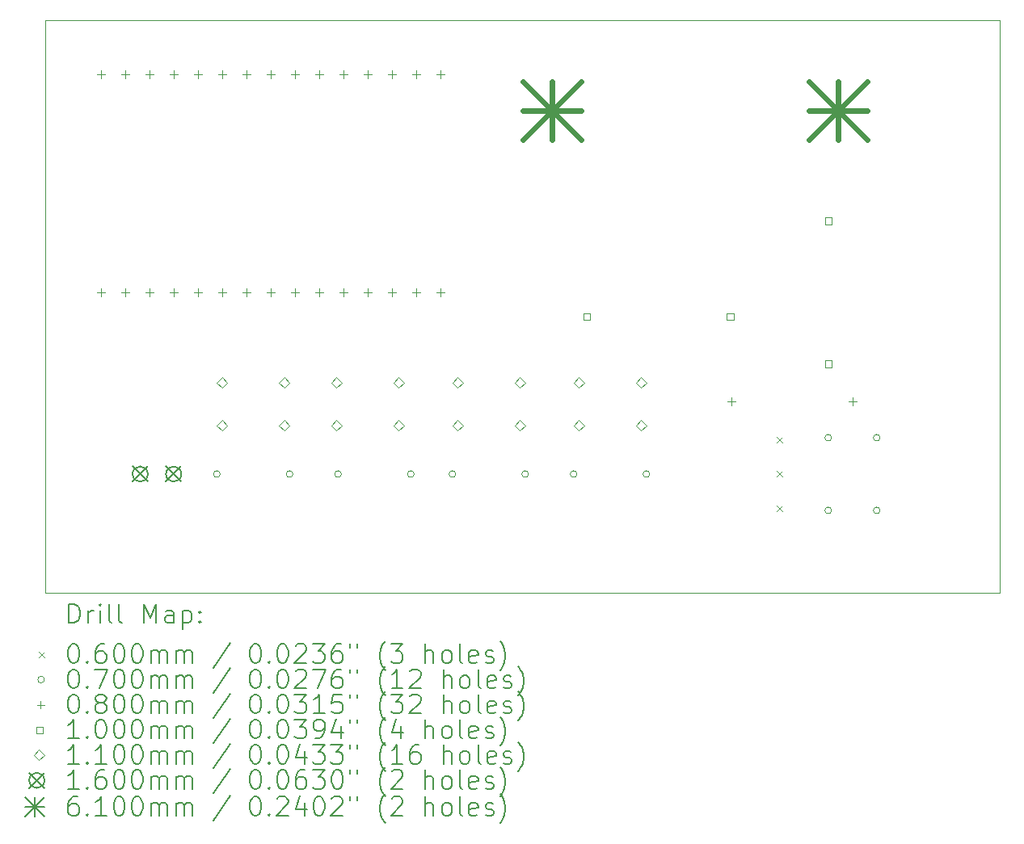
<source format=gbr>
%TF.GenerationSoftware,KiCad,Pcbnew,(6.0.7)*%
%TF.CreationDate,2023-01-15T16:15:48-05:00*%
%TF.ProjectId,timer,74696d65-722e-46b6-9963-61645f706362,rev?*%
%TF.SameCoordinates,Original*%
%TF.FileFunction,Drillmap*%
%TF.FilePolarity,Positive*%
%FSLAX45Y45*%
G04 Gerber Fmt 4.5, Leading zero omitted, Abs format (unit mm)*
G04 Created by KiCad (PCBNEW (6.0.7)) date 2023-01-15 16:15:48*
%MOMM*%
%LPD*%
G01*
G04 APERTURE LIST*
%ADD10C,0.100000*%
%ADD11C,0.200000*%
%ADD12C,0.060000*%
%ADD13C,0.070000*%
%ADD14C,0.080000*%
%ADD15C,0.110000*%
%ADD16C,0.160000*%
%ADD17C,0.610000*%
G04 APERTURE END LIST*
D10*
X11700000Y-5500000D02*
X21700000Y-5500000D01*
X21700000Y-5500000D02*
X21700000Y-11500000D01*
X21700000Y-11500000D02*
X11700000Y-11500000D01*
X11700000Y-11500000D02*
X11700000Y-5500000D01*
D11*
D12*
X19368000Y-9864000D02*
X19428000Y-9924000D01*
X19428000Y-9864000D02*
X19368000Y-9924000D01*
X19368000Y-10224000D02*
X19428000Y-10284000D01*
X19428000Y-10224000D02*
X19368000Y-10284000D01*
X19368000Y-10584000D02*
X19428000Y-10644000D01*
X19428000Y-10584000D02*
X19368000Y-10644000D01*
D13*
X13535000Y-10254000D02*
G75*
G03*
X13535000Y-10254000I-35000J0D01*
G01*
X14297000Y-10254000D02*
G75*
G03*
X14297000Y-10254000I-35000J0D01*
G01*
X14805000Y-10254000D02*
G75*
G03*
X14805000Y-10254000I-35000J0D01*
G01*
X15567000Y-10254000D02*
G75*
G03*
X15567000Y-10254000I-35000J0D01*
G01*
X16004000Y-10254000D02*
G75*
G03*
X16004000Y-10254000I-35000J0D01*
G01*
X16766000Y-10254000D02*
G75*
G03*
X16766000Y-10254000I-35000J0D01*
G01*
X17274000Y-10254000D02*
G75*
G03*
X17274000Y-10254000I-35000J0D01*
G01*
X18036000Y-10254000D02*
G75*
G03*
X18036000Y-10254000I-35000J0D01*
G01*
X19941000Y-9873000D02*
G75*
G03*
X19941000Y-9873000I-35000J0D01*
G01*
X19941000Y-10635000D02*
G75*
G03*
X19941000Y-10635000I-35000J0D01*
G01*
X20449000Y-9873000D02*
G75*
G03*
X20449000Y-9873000I-35000J0D01*
G01*
X20449000Y-10635000D02*
G75*
G03*
X20449000Y-10635000I-35000J0D01*
G01*
D14*
X12286000Y-6023000D02*
X12286000Y-6103000D01*
X12246000Y-6063000D02*
X12326000Y-6063000D01*
X12286000Y-8309000D02*
X12286000Y-8389000D01*
X12246000Y-8349000D02*
X12326000Y-8349000D01*
X12540000Y-6023000D02*
X12540000Y-6103000D01*
X12500000Y-6063000D02*
X12580000Y-6063000D01*
X12540000Y-8309000D02*
X12540000Y-8389000D01*
X12500000Y-8349000D02*
X12580000Y-8349000D01*
X12794000Y-6023000D02*
X12794000Y-6103000D01*
X12754000Y-6063000D02*
X12834000Y-6063000D01*
X12794000Y-8309000D02*
X12794000Y-8389000D01*
X12754000Y-8349000D02*
X12834000Y-8349000D01*
X13048000Y-6023000D02*
X13048000Y-6103000D01*
X13008000Y-6063000D02*
X13088000Y-6063000D01*
X13048000Y-8309000D02*
X13048000Y-8389000D01*
X13008000Y-8349000D02*
X13088000Y-8349000D01*
X13302000Y-6023000D02*
X13302000Y-6103000D01*
X13262000Y-6063000D02*
X13342000Y-6063000D01*
X13302000Y-8309000D02*
X13302000Y-8389000D01*
X13262000Y-8349000D02*
X13342000Y-8349000D01*
X13556000Y-6023000D02*
X13556000Y-6103000D01*
X13516000Y-6063000D02*
X13596000Y-6063000D01*
X13556000Y-8309000D02*
X13556000Y-8389000D01*
X13516000Y-8349000D02*
X13596000Y-8349000D01*
X13810000Y-6023000D02*
X13810000Y-6103000D01*
X13770000Y-6063000D02*
X13850000Y-6063000D01*
X13810000Y-8309000D02*
X13810000Y-8389000D01*
X13770000Y-8349000D02*
X13850000Y-8349000D01*
X14064000Y-6023000D02*
X14064000Y-6103000D01*
X14024000Y-6063000D02*
X14104000Y-6063000D01*
X14064000Y-8309000D02*
X14064000Y-8389000D01*
X14024000Y-8349000D02*
X14104000Y-8349000D01*
X14318000Y-6023000D02*
X14318000Y-6103000D01*
X14278000Y-6063000D02*
X14358000Y-6063000D01*
X14318000Y-8309000D02*
X14318000Y-8389000D01*
X14278000Y-8349000D02*
X14358000Y-8349000D01*
X14572000Y-6023000D02*
X14572000Y-6103000D01*
X14532000Y-6063000D02*
X14612000Y-6063000D01*
X14572000Y-8309000D02*
X14572000Y-8389000D01*
X14532000Y-8349000D02*
X14612000Y-8349000D01*
X14826000Y-6023000D02*
X14826000Y-6103000D01*
X14786000Y-6063000D02*
X14866000Y-6063000D01*
X14826000Y-8309000D02*
X14826000Y-8389000D01*
X14786000Y-8349000D02*
X14866000Y-8349000D01*
X15080000Y-6023000D02*
X15080000Y-6103000D01*
X15040000Y-6063000D02*
X15120000Y-6063000D01*
X15080000Y-8309000D02*
X15080000Y-8389000D01*
X15040000Y-8349000D02*
X15120000Y-8349000D01*
X15334000Y-6023000D02*
X15334000Y-6103000D01*
X15294000Y-6063000D02*
X15374000Y-6063000D01*
X15334000Y-8309000D02*
X15334000Y-8389000D01*
X15294000Y-8349000D02*
X15374000Y-8349000D01*
X15588000Y-6023000D02*
X15588000Y-6103000D01*
X15548000Y-6063000D02*
X15628000Y-6063000D01*
X15588000Y-8309000D02*
X15588000Y-8389000D01*
X15548000Y-8349000D02*
X15628000Y-8349000D01*
X15842000Y-6023000D02*
X15842000Y-6103000D01*
X15802000Y-6063000D02*
X15882000Y-6063000D01*
X15842000Y-8309000D02*
X15842000Y-8389000D01*
X15802000Y-8349000D02*
X15882000Y-8349000D01*
X18890000Y-9452000D02*
X18890000Y-9532000D01*
X18850000Y-9492000D02*
X18930000Y-9492000D01*
X20160000Y-9452000D02*
X20160000Y-9532000D01*
X20120000Y-9492000D02*
X20200000Y-9492000D01*
D10*
X17413356Y-8638356D02*
X17413356Y-8567644D01*
X17342644Y-8567644D01*
X17342644Y-8638356D01*
X17413356Y-8638356D01*
X18913356Y-8638356D02*
X18913356Y-8567644D01*
X18842644Y-8567644D01*
X18842644Y-8638356D01*
X18913356Y-8638356D01*
X19941356Y-7634356D02*
X19941356Y-7563644D01*
X19870644Y-7563644D01*
X19870644Y-7634356D01*
X19941356Y-7634356D01*
X19941356Y-9134356D02*
X19941356Y-9063644D01*
X19870644Y-9063644D01*
X19870644Y-9134356D01*
X19941356Y-9134356D01*
D15*
X13556000Y-9351000D02*
X13611000Y-9296000D01*
X13556000Y-9241000D01*
X13501000Y-9296000D01*
X13556000Y-9351000D01*
X13556000Y-9801000D02*
X13611000Y-9746000D01*
X13556000Y-9691000D01*
X13501000Y-9746000D01*
X13556000Y-9801000D01*
X14206000Y-9351000D02*
X14261000Y-9296000D01*
X14206000Y-9241000D01*
X14151000Y-9296000D01*
X14206000Y-9351000D01*
X14206000Y-9801000D02*
X14261000Y-9746000D01*
X14206000Y-9691000D01*
X14151000Y-9746000D01*
X14206000Y-9801000D01*
X14755000Y-9351000D02*
X14810000Y-9296000D01*
X14755000Y-9241000D01*
X14700000Y-9296000D01*
X14755000Y-9351000D01*
X14755000Y-9801000D02*
X14810000Y-9746000D01*
X14755000Y-9691000D01*
X14700000Y-9746000D01*
X14755000Y-9801000D01*
X15405000Y-9351000D02*
X15460000Y-9296000D01*
X15405000Y-9241000D01*
X15350000Y-9296000D01*
X15405000Y-9351000D01*
X15405000Y-9801000D02*
X15460000Y-9746000D01*
X15405000Y-9691000D01*
X15350000Y-9746000D01*
X15405000Y-9801000D01*
X16025000Y-9351000D02*
X16080000Y-9296000D01*
X16025000Y-9241000D01*
X15970000Y-9296000D01*
X16025000Y-9351000D01*
X16025000Y-9801000D02*
X16080000Y-9746000D01*
X16025000Y-9691000D01*
X15970000Y-9746000D01*
X16025000Y-9801000D01*
X16675000Y-9351000D02*
X16730000Y-9296000D01*
X16675000Y-9241000D01*
X16620000Y-9296000D01*
X16675000Y-9351000D01*
X16675000Y-9801000D02*
X16730000Y-9746000D01*
X16675000Y-9691000D01*
X16620000Y-9746000D01*
X16675000Y-9801000D01*
X17295000Y-9351000D02*
X17350000Y-9296000D01*
X17295000Y-9241000D01*
X17240000Y-9296000D01*
X17295000Y-9351000D01*
X17295000Y-9801000D02*
X17350000Y-9746000D01*
X17295000Y-9691000D01*
X17240000Y-9746000D01*
X17295000Y-9801000D01*
X17945000Y-9351000D02*
X18000000Y-9296000D01*
X17945000Y-9241000D01*
X17890000Y-9296000D01*
X17945000Y-9351000D01*
X17945000Y-9801000D02*
X18000000Y-9746000D01*
X17945000Y-9691000D01*
X17890000Y-9746000D01*
X17945000Y-9801000D01*
D16*
X12618000Y-10174000D02*
X12778000Y-10334000D01*
X12778000Y-10174000D02*
X12618000Y-10334000D01*
X12778000Y-10254000D02*
G75*
G03*
X12778000Y-10254000I-80000J0D01*
G01*
X12968000Y-10174000D02*
X13128000Y-10334000D01*
X13128000Y-10174000D02*
X12968000Y-10334000D01*
X13128000Y-10254000D02*
G75*
G03*
X13128000Y-10254000I-80000J0D01*
G01*
D17*
X16704000Y-6139000D02*
X17314000Y-6749000D01*
X17314000Y-6139000D02*
X16704000Y-6749000D01*
X17009000Y-6139000D02*
X17009000Y-6749000D01*
X16704000Y-6444000D02*
X17314000Y-6444000D01*
X19701000Y-6139000D02*
X20311000Y-6749000D01*
X20311000Y-6139000D02*
X19701000Y-6749000D01*
X20006000Y-6139000D02*
X20006000Y-6749000D01*
X19701000Y-6444000D02*
X20311000Y-6444000D01*
D11*
X11952619Y-11815476D02*
X11952619Y-11615476D01*
X12000238Y-11615476D01*
X12028809Y-11625000D01*
X12047857Y-11644048D01*
X12057381Y-11663095D01*
X12066905Y-11701190D01*
X12066905Y-11729762D01*
X12057381Y-11767857D01*
X12047857Y-11786905D01*
X12028809Y-11805952D01*
X12000238Y-11815476D01*
X11952619Y-11815476D01*
X12152619Y-11815476D02*
X12152619Y-11682143D01*
X12152619Y-11720238D02*
X12162143Y-11701190D01*
X12171667Y-11691667D01*
X12190714Y-11682143D01*
X12209762Y-11682143D01*
X12276428Y-11815476D02*
X12276428Y-11682143D01*
X12276428Y-11615476D02*
X12266905Y-11625000D01*
X12276428Y-11634524D01*
X12285952Y-11625000D01*
X12276428Y-11615476D01*
X12276428Y-11634524D01*
X12400238Y-11815476D02*
X12381190Y-11805952D01*
X12371667Y-11786905D01*
X12371667Y-11615476D01*
X12505000Y-11815476D02*
X12485952Y-11805952D01*
X12476428Y-11786905D01*
X12476428Y-11615476D01*
X12733571Y-11815476D02*
X12733571Y-11615476D01*
X12800238Y-11758333D01*
X12866905Y-11615476D01*
X12866905Y-11815476D01*
X13047857Y-11815476D02*
X13047857Y-11710714D01*
X13038333Y-11691667D01*
X13019286Y-11682143D01*
X12981190Y-11682143D01*
X12962143Y-11691667D01*
X13047857Y-11805952D02*
X13028809Y-11815476D01*
X12981190Y-11815476D01*
X12962143Y-11805952D01*
X12952619Y-11786905D01*
X12952619Y-11767857D01*
X12962143Y-11748809D01*
X12981190Y-11739286D01*
X13028809Y-11739286D01*
X13047857Y-11729762D01*
X13143095Y-11682143D02*
X13143095Y-11882143D01*
X13143095Y-11691667D02*
X13162143Y-11682143D01*
X13200238Y-11682143D01*
X13219286Y-11691667D01*
X13228809Y-11701190D01*
X13238333Y-11720238D01*
X13238333Y-11777381D01*
X13228809Y-11796428D01*
X13219286Y-11805952D01*
X13200238Y-11815476D01*
X13162143Y-11815476D01*
X13143095Y-11805952D01*
X13324048Y-11796428D02*
X13333571Y-11805952D01*
X13324048Y-11815476D01*
X13314524Y-11805952D01*
X13324048Y-11796428D01*
X13324048Y-11815476D01*
X13324048Y-11691667D02*
X13333571Y-11701190D01*
X13324048Y-11710714D01*
X13314524Y-11701190D01*
X13324048Y-11691667D01*
X13324048Y-11710714D01*
D12*
X11635000Y-12115000D02*
X11695000Y-12175000D01*
X11695000Y-12115000D02*
X11635000Y-12175000D01*
D11*
X11990714Y-12035476D02*
X12009762Y-12035476D01*
X12028809Y-12045000D01*
X12038333Y-12054524D01*
X12047857Y-12073571D01*
X12057381Y-12111667D01*
X12057381Y-12159286D01*
X12047857Y-12197381D01*
X12038333Y-12216428D01*
X12028809Y-12225952D01*
X12009762Y-12235476D01*
X11990714Y-12235476D01*
X11971667Y-12225952D01*
X11962143Y-12216428D01*
X11952619Y-12197381D01*
X11943095Y-12159286D01*
X11943095Y-12111667D01*
X11952619Y-12073571D01*
X11962143Y-12054524D01*
X11971667Y-12045000D01*
X11990714Y-12035476D01*
X12143095Y-12216428D02*
X12152619Y-12225952D01*
X12143095Y-12235476D01*
X12133571Y-12225952D01*
X12143095Y-12216428D01*
X12143095Y-12235476D01*
X12324048Y-12035476D02*
X12285952Y-12035476D01*
X12266905Y-12045000D01*
X12257381Y-12054524D01*
X12238333Y-12083095D01*
X12228809Y-12121190D01*
X12228809Y-12197381D01*
X12238333Y-12216428D01*
X12247857Y-12225952D01*
X12266905Y-12235476D01*
X12305000Y-12235476D01*
X12324048Y-12225952D01*
X12333571Y-12216428D01*
X12343095Y-12197381D01*
X12343095Y-12149762D01*
X12333571Y-12130714D01*
X12324048Y-12121190D01*
X12305000Y-12111667D01*
X12266905Y-12111667D01*
X12247857Y-12121190D01*
X12238333Y-12130714D01*
X12228809Y-12149762D01*
X12466905Y-12035476D02*
X12485952Y-12035476D01*
X12505000Y-12045000D01*
X12514524Y-12054524D01*
X12524048Y-12073571D01*
X12533571Y-12111667D01*
X12533571Y-12159286D01*
X12524048Y-12197381D01*
X12514524Y-12216428D01*
X12505000Y-12225952D01*
X12485952Y-12235476D01*
X12466905Y-12235476D01*
X12447857Y-12225952D01*
X12438333Y-12216428D01*
X12428809Y-12197381D01*
X12419286Y-12159286D01*
X12419286Y-12111667D01*
X12428809Y-12073571D01*
X12438333Y-12054524D01*
X12447857Y-12045000D01*
X12466905Y-12035476D01*
X12657381Y-12035476D02*
X12676428Y-12035476D01*
X12695476Y-12045000D01*
X12705000Y-12054524D01*
X12714524Y-12073571D01*
X12724048Y-12111667D01*
X12724048Y-12159286D01*
X12714524Y-12197381D01*
X12705000Y-12216428D01*
X12695476Y-12225952D01*
X12676428Y-12235476D01*
X12657381Y-12235476D01*
X12638333Y-12225952D01*
X12628809Y-12216428D01*
X12619286Y-12197381D01*
X12609762Y-12159286D01*
X12609762Y-12111667D01*
X12619286Y-12073571D01*
X12628809Y-12054524D01*
X12638333Y-12045000D01*
X12657381Y-12035476D01*
X12809762Y-12235476D02*
X12809762Y-12102143D01*
X12809762Y-12121190D02*
X12819286Y-12111667D01*
X12838333Y-12102143D01*
X12866905Y-12102143D01*
X12885952Y-12111667D01*
X12895476Y-12130714D01*
X12895476Y-12235476D01*
X12895476Y-12130714D02*
X12905000Y-12111667D01*
X12924048Y-12102143D01*
X12952619Y-12102143D01*
X12971667Y-12111667D01*
X12981190Y-12130714D01*
X12981190Y-12235476D01*
X13076428Y-12235476D02*
X13076428Y-12102143D01*
X13076428Y-12121190D02*
X13085952Y-12111667D01*
X13105000Y-12102143D01*
X13133571Y-12102143D01*
X13152619Y-12111667D01*
X13162143Y-12130714D01*
X13162143Y-12235476D01*
X13162143Y-12130714D02*
X13171667Y-12111667D01*
X13190714Y-12102143D01*
X13219286Y-12102143D01*
X13238333Y-12111667D01*
X13247857Y-12130714D01*
X13247857Y-12235476D01*
X13638333Y-12025952D02*
X13466905Y-12283095D01*
X13895476Y-12035476D02*
X13914524Y-12035476D01*
X13933571Y-12045000D01*
X13943095Y-12054524D01*
X13952619Y-12073571D01*
X13962143Y-12111667D01*
X13962143Y-12159286D01*
X13952619Y-12197381D01*
X13943095Y-12216428D01*
X13933571Y-12225952D01*
X13914524Y-12235476D01*
X13895476Y-12235476D01*
X13876428Y-12225952D01*
X13866905Y-12216428D01*
X13857381Y-12197381D01*
X13847857Y-12159286D01*
X13847857Y-12111667D01*
X13857381Y-12073571D01*
X13866905Y-12054524D01*
X13876428Y-12045000D01*
X13895476Y-12035476D01*
X14047857Y-12216428D02*
X14057381Y-12225952D01*
X14047857Y-12235476D01*
X14038333Y-12225952D01*
X14047857Y-12216428D01*
X14047857Y-12235476D01*
X14181190Y-12035476D02*
X14200238Y-12035476D01*
X14219286Y-12045000D01*
X14228809Y-12054524D01*
X14238333Y-12073571D01*
X14247857Y-12111667D01*
X14247857Y-12159286D01*
X14238333Y-12197381D01*
X14228809Y-12216428D01*
X14219286Y-12225952D01*
X14200238Y-12235476D01*
X14181190Y-12235476D01*
X14162143Y-12225952D01*
X14152619Y-12216428D01*
X14143095Y-12197381D01*
X14133571Y-12159286D01*
X14133571Y-12111667D01*
X14143095Y-12073571D01*
X14152619Y-12054524D01*
X14162143Y-12045000D01*
X14181190Y-12035476D01*
X14324048Y-12054524D02*
X14333571Y-12045000D01*
X14352619Y-12035476D01*
X14400238Y-12035476D01*
X14419286Y-12045000D01*
X14428809Y-12054524D01*
X14438333Y-12073571D01*
X14438333Y-12092619D01*
X14428809Y-12121190D01*
X14314524Y-12235476D01*
X14438333Y-12235476D01*
X14505000Y-12035476D02*
X14628809Y-12035476D01*
X14562143Y-12111667D01*
X14590714Y-12111667D01*
X14609762Y-12121190D01*
X14619286Y-12130714D01*
X14628809Y-12149762D01*
X14628809Y-12197381D01*
X14619286Y-12216428D01*
X14609762Y-12225952D01*
X14590714Y-12235476D01*
X14533571Y-12235476D01*
X14514524Y-12225952D01*
X14505000Y-12216428D01*
X14800238Y-12035476D02*
X14762143Y-12035476D01*
X14743095Y-12045000D01*
X14733571Y-12054524D01*
X14714524Y-12083095D01*
X14705000Y-12121190D01*
X14705000Y-12197381D01*
X14714524Y-12216428D01*
X14724048Y-12225952D01*
X14743095Y-12235476D01*
X14781190Y-12235476D01*
X14800238Y-12225952D01*
X14809762Y-12216428D01*
X14819286Y-12197381D01*
X14819286Y-12149762D01*
X14809762Y-12130714D01*
X14800238Y-12121190D01*
X14781190Y-12111667D01*
X14743095Y-12111667D01*
X14724048Y-12121190D01*
X14714524Y-12130714D01*
X14705000Y-12149762D01*
X14895476Y-12035476D02*
X14895476Y-12073571D01*
X14971667Y-12035476D02*
X14971667Y-12073571D01*
X15266905Y-12311667D02*
X15257381Y-12302143D01*
X15238333Y-12273571D01*
X15228809Y-12254524D01*
X15219286Y-12225952D01*
X15209762Y-12178333D01*
X15209762Y-12140238D01*
X15219286Y-12092619D01*
X15228809Y-12064048D01*
X15238333Y-12045000D01*
X15257381Y-12016428D01*
X15266905Y-12006905D01*
X15324048Y-12035476D02*
X15447857Y-12035476D01*
X15381190Y-12111667D01*
X15409762Y-12111667D01*
X15428809Y-12121190D01*
X15438333Y-12130714D01*
X15447857Y-12149762D01*
X15447857Y-12197381D01*
X15438333Y-12216428D01*
X15428809Y-12225952D01*
X15409762Y-12235476D01*
X15352619Y-12235476D01*
X15333571Y-12225952D01*
X15324048Y-12216428D01*
X15685952Y-12235476D02*
X15685952Y-12035476D01*
X15771667Y-12235476D02*
X15771667Y-12130714D01*
X15762143Y-12111667D01*
X15743095Y-12102143D01*
X15714524Y-12102143D01*
X15695476Y-12111667D01*
X15685952Y-12121190D01*
X15895476Y-12235476D02*
X15876428Y-12225952D01*
X15866905Y-12216428D01*
X15857381Y-12197381D01*
X15857381Y-12140238D01*
X15866905Y-12121190D01*
X15876428Y-12111667D01*
X15895476Y-12102143D01*
X15924048Y-12102143D01*
X15943095Y-12111667D01*
X15952619Y-12121190D01*
X15962143Y-12140238D01*
X15962143Y-12197381D01*
X15952619Y-12216428D01*
X15943095Y-12225952D01*
X15924048Y-12235476D01*
X15895476Y-12235476D01*
X16076428Y-12235476D02*
X16057381Y-12225952D01*
X16047857Y-12206905D01*
X16047857Y-12035476D01*
X16228809Y-12225952D02*
X16209762Y-12235476D01*
X16171667Y-12235476D01*
X16152619Y-12225952D01*
X16143095Y-12206905D01*
X16143095Y-12130714D01*
X16152619Y-12111667D01*
X16171667Y-12102143D01*
X16209762Y-12102143D01*
X16228809Y-12111667D01*
X16238333Y-12130714D01*
X16238333Y-12149762D01*
X16143095Y-12168809D01*
X16314524Y-12225952D02*
X16333571Y-12235476D01*
X16371667Y-12235476D01*
X16390714Y-12225952D01*
X16400238Y-12206905D01*
X16400238Y-12197381D01*
X16390714Y-12178333D01*
X16371667Y-12168809D01*
X16343095Y-12168809D01*
X16324048Y-12159286D01*
X16314524Y-12140238D01*
X16314524Y-12130714D01*
X16324048Y-12111667D01*
X16343095Y-12102143D01*
X16371667Y-12102143D01*
X16390714Y-12111667D01*
X16466905Y-12311667D02*
X16476428Y-12302143D01*
X16495476Y-12273571D01*
X16505000Y-12254524D01*
X16514524Y-12225952D01*
X16524048Y-12178333D01*
X16524048Y-12140238D01*
X16514524Y-12092619D01*
X16505000Y-12064048D01*
X16495476Y-12045000D01*
X16476428Y-12016428D01*
X16466905Y-12006905D01*
D13*
X11695000Y-12409000D02*
G75*
G03*
X11695000Y-12409000I-35000J0D01*
G01*
D11*
X11990714Y-12299476D02*
X12009762Y-12299476D01*
X12028809Y-12309000D01*
X12038333Y-12318524D01*
X12047857Y-12337571D01*
X12057381Y-12375667D01*
X12057381Y-12423286D01*
X12047857Y-12461381D01*
X12038333Y-12480428D01*
X12028809Y-12489952D01*
X12009762Y-12499476D01*
X11990714Y-12499476D01*
X11971667Y-12489952D01*
X11962143Y-12480428D01*
X11952619Y-12461381D01*
X11943095Y-12423286D01*
X11943095Y-12375667D01*
X11952619Y-12337571D01*
X11962143Y-12318524D01*
X11971667Y-12309000D01*
X11990714Y-12299476D01*
X12143095Y-12480428D02*
X12152619Y-12489952D01*
X12143095Y-12499476D01*
X12133571Y-12489952D01*
X12143095Y-12480428D01*
X12143095Y-12499476D01*
X12219286Y-12299476D02*
X12352619Y-12299476D01*
X12266905Y-12499476D01*
X12466905Y-12299476D02*
X12485952Y-12299476D01*
X12505000Y-12309000D01*
X12514524Y-12318524D01*
X12524048Y-12337571D01*
X12533571Y-12375667D01*
X12533571Y-12423286D01*
X12524048Y-12461381D01*
X12514524Y-12480428D01*
X12505000Y-12489952D01*
X12485952Y-12499476D01*
X12466905Y-12499476D01*
X12447857Y-12489952D01*
X12438333Y-12480428D01*
X12428809Y-12461381D01*
X12419286Y-12423286D01*
X12419286Y-12375667D01*
X12428809Y-12337571D01*
X12438333Y-12318524D01*
X12447857Y-12309000D01*
X12466905Y-12299476D01*
X12657381Y-12299476D02*
X12676428Y-12299476D01*
X12695476Y-12309000D01*
X12705000Y-12318524D01*
X12714524Y-12337571D01*
X12724048Y-12375667D01*
X12724048Y-12423286D01*
X12714524Y-12461381D01*
X12705000Y-12480428D01*
X12695476Y-12489952D01*
X12676428Y-12499476D01*
X12657381Y-12499476D01*
X12638333Y-12489952D01*
X12628809Y-12480428D01*
X12619286Y-12461381D01*
X12609762Y-12423286D01*
X12609762Y-12375667D01*
X12619286Y-12337571D01*
X12628809Y-12318524D01*
X12638333Y-12309000D01*
X12657381Y-12299476D01*
X12809762Y-12499476D02*
X12809762Y-12366143D01*
X12809762Y-12385190D02*
X12819286Y-12375667D01*
X12838333Y-12366143D01*
X12866905Y-12366143D01*
X12885952Y-12375667D01*
X12895476Y-12394714D01*
X12895476Y-12499476D01*
X12895476Y-12394714D02*
X12905000Y-12375667D01*
X12924048Y-12366143D01*
X12952619Y-12366143D01*
X12971667Y-12375667D01*
X12981190Y-12394714D01*
X12981190Y-12499476D01*
X13076428Y-12499476D02*
X13076428Y-12366143D01*
X13076428Y-12385190D02*
X13085952Y-12375667D01*
X13105000Y-12366143D01*
X13133571Y-12366143D01*
X13152619Y-12375667D01*
X13162143Y-12394714D01*
X13162143Y-12499476D01*
X13162143Y-12394714D02*
X13171667Y-12375667D01*
X13190714Y-12366143D01*
X13219286Y-12366143D01*
X13238333Y-12375667D01*
X13247857Y-12394714D01*
X13247857Y-12499476D01*
X13638333Y-12289952D02*
X13466905Y-12547095D01*
X13895476Y-12299476D02*
X13914524Y-12299476D01*
X13933571Y-12309000D01*
X13943095Y-12318524D01*
X13952619Y-12337571D01*
X13962143Y-12375667D01*
X13962143Y-12423286D01*
X13952619Y-12461381D01*
X13943095Y-12480428D01*
X13933571Y-12489952D01*
X13914524Y-12499476D01*
X13895476Y-12499476D01*
X13876428Y-12489952D01*
X13866905Y-12480428D01*
X13857381Y-12461381D01*
X13847857Y-12423286D01*
X13847857Y-12375667D01*
X13857381Y-12337571D01*
X13866905Y-12318524D01*
X13876428Y-12309000D01*
X13895476Y-12299476D01*
X14047857Y-12480428D02*
X14057381Y-12489952D01*
X14047857Y-12499476D01*
X14038333Y-12489952D01*
X14047857Y-12480428D01*
X14047857Y-12499476D01*
X14181190Y-12299476D02*
X14200238Y-12299476D01*
X14219286Y-12309000D01*
X14228809Y-12318524D01*
X14238333Y-12337571D01*
X14247857Y-12375667D01*
X14247857Y-12423286D01*
X14238333Y-12461381D01*
X14228809Y-12480428D01*
X14219286Y-12489952D01*
X14200238Y-12499476D01*
X14181190Y-12499476D01*
X14162143Y-12489952D01*
X14152619Y-12480428D01*
X14143095Y-12461381D01*
X14133571Y-12423286D01*
X14133571Y-12375667D01*
X14143095Y-12337571D01*
X14152619Y-12318524D01*
X14162143Y-12309000D01*
X14181190Y-12299476D01*
X14324048Y-12318524D02*
X14333571Y-12309000D01*
X14352619Y-12299476D01*
X14400238Y-12299476D01*
X14419286Y-12309000D01*
X14428809Y-12318524D01*
X14438333Y-12337571D01*
X14438333Y-12356619D01*
X14428809Y-12385190D01*
X14314524Y-12499476D01*
X14438333Y-12499476D01*
X14505000Y-12299476D02*
X14638333Y-12299476D01*
X14552619Y-12499476D01*
X14800238Y-12299476D02*
X14762143Y-12299476D01*
X14743095Y-12309000D01*
X14733571Y-12318524D01*
X14714524Y-12347095D01*
X14705000Y-12385190D01*
X14705000Y-12461381D01*
X14714524Y-12480428D01*
X14724048Y-12489952D01*
X14743095Y-12499476D01*
X14781190Y-12499476D01*
X14800238Y-12489952D01*
X14809762Y-12480428D01*
X14819286Y-12461381D01*
X14819286Y-12413762D01*
X14809762Y-12394714D01*
X14800238Y-12385190D01*
X14781190Y-12375667D01*
X14743095Y-12375667D01*
X14724048Y-12385190D01*
X14714524Y-12394714D01*
X14705000Y-12413762D01*
X14895476Y-12299476D02*
X14895476Y-12337571D01*
X14971667Y-12299476D02*
X14971667Y-12337571D01*
X15266905Y-12575667D02*
X15257381Y-12566143D01*
X15238333Y-12537571D01*
X15228809Y-12518524D01*
X15219286Y-12489952D01*
X15209762Y-12442333D01*
X15209762Y-12404238D01*
X15219286Y-12356619D01*
X15228809Y-12328048D01*
X15238333Y-12309000D01*
X15257381Y-12280428D01*
X15266905Y-12270905D01*
X15447857Y-12499476D02*
X15333571Y-12499476D01*
X15390714Y-12499476D02*
X15390714Y-12299476D01*
X15371667Y-12328048D01*
X15352619Y-12347095D01*
X15333571Y-12356619D01*
X15524048Y-12318524D02*
X15533571Y-12309000D01*
X15552619Y-12299476D01*
X15600238Y-12299476D01*
X15619286Y-12309000D01*
X15628809Y-12318524D01*
X15638333Y-12337571D01*
X15638333Y-12356619D01*
X15628809Y-12385190D01*
X15514524Y-12499476D01*
X15638333Y-12499476D01*
X15876428Y-12499476D02*
X15876428Y-12299476D01*
X15962143Y-12499476D02*
X15962143Y-12394714D01*
X15952619Y-12375667D01*
X15933571Y-12366143D01*
X15905000Y-12366143D01*
X15885952Y-12375667D01*
X15876428Y-12385190D01*
X16085952Y-12499476D02*
X16066905Y-12489952D01*
X16057381Y-12480428D01*
X16047857Y-12461381D01*
X16047857Y-12404238D01*
X16057381Y-12385190D01*
X16066905Y-12375667D01*
X16085952Y-12366143D01*
X16114524Y-12366143D01*
X16133571Y-12375667D01*
X16143095Y-12385190D01*
X16152619Y-12404238D01*
X16152619Y-12461381D01*
X16143095Y-12480428D01*
X16133571Y-12489952D01*
X16114524Y-12499476D01*
X16085952Y-12499476D01*
X16266905Y-12499476D02*
X16247857Y-12489952D01*
X16238333Y-12470905D01*
X16238333Y-12299476D01*
X16419286Y-12489952D02*
X16400238Y-12499476D01*
X16362143Y-12499476D01*
X16343095Y-12489952D01*
X16333571Y-12470905D01*
X16333571Y-12394714D01*
X16343095Y-12375667D01*
X16362143Y-12366143D01*
X16400238Y-12366143D01*
X16419286Y-12375667D01*
X16428809Y-12394714D01*
X16428809Y-12413762D01*
X16333571Y-12432809D01*
X16505000Y-12489952D02*
X16524048Y-12499476D01*
X16562143Y-12499476D01*
X16581190Y-12489952D01*
X16590714Y-12470905D01*
X16590714Y-12461381D01*
X16581190Y-12442333D01*
X16562143Y-12432809D01*
X16533571Y-12432809D01*
X16514524Y-12423286D01*
X16505000Y-12404238D01*
X16505000Y-12394714D01*
X16514524Y-12375667D01*
X16533571Y-12366143D01*
X16562143Y-12366143D01*
X16581190Y-12375667D01*
X16657381Y-12575667D02*
X16666905Y-12566143D01*
X16685952Y-12537571D01*
X16695476Y-12518524D01*
X16705000Y-12489952D01*
X16714524Y-12442333D01*
X16714524Y-12404238D01*
X16705000Y-12356619D01*
X16695476Y-12328048D01*
X16685952Y-12309000D01*
X16666905Y-12280428D01*
X16657381Y-12270905D01*
D14*
X11655000Y-12633000D02*
X11655000Y-12713000D01*
X11615000Y-12673000D02*
X11695000Y-12673000D01*
D11*
X11990714Y-12563476D02*
X12009762Y-12563476D01*
X12028809Y-12573000D01*
X12038333Y-12582524D01*
X12047857Y-12601571D01*
X12057381Y-12639667D01*
X12057381Y-12687286D01*
X12047857Y-12725381D01*
X12038333Y-12744428D01*
X12028809Y-12753952D01*
X12009762Y-12763476D01*
X11990714Y-12763476D01*
X11971667Y-12753952D01*
X11962143Y-12744428D01*
X11952619Y-12725381D01*
X11943095Y-12687286D01*
X11943095Y-12639667D01*
X11952619Y-12601571D01*
X11962143Y-12582524D01*
X11971667Y-12573000D01*
X11990714Y-12563476D01*
X12143095Y-12744428D02*
X12152619Y-12753952D01*
X12143095Y-12763476D01*
X12133571Y-12753952D01*
X12143095Y-12744428D01*
X12143095Y-12763476D01*
X12266905Y-12649190D02*
X12247857Y-12639667D01*
X12238333Y-12630143D01*
X12228809Y-12611095D01*
X12228809Y-12601571D01*
X12238333Y-12582524D01*
X12247857Y-12573000D01*
X12266905Y-12563476D01*
X12305000Y-12563476D01*
X12324048Y-12573000D01*
X12333571Y-12582524D01*
X12343095Y-12601571D01*
X12343095Y-12611095D01*
X12333571Y-12630143D01*
X12324048Y-12639667D01*
X12305000Y-12649190D01*
X12266905Y-12649190D01*
X12247857Y-12658714D01*
X12238333Y-12668238D01*
X12228809Y-12687286D01*
X12228809Y-12725381D01*
X12238333Y-12744428D01*
X12247857Y-12753952D01*
X12266905Y-12763476D01*
X12305000Y-12763476D01*
X12324048Y-12753952D01*
X12333571Y-12744428D01*
X12343095Y-12725381D01*
X12343095Y-12687286D01*
X12333571Y-12668238D01*
X12324048Y-12658714D01*
X12305000Y-12649190D01*
X12466905Y-12563476D02*
X12485952Y-12563476D01*
X12505000Y-12573000D01*
X12514524Y-12582524D01*
X12524048Y-12601571D01*
X12533571Y-12639667D01*
X12533571Y-12687286D01*
X12524048Y-12725381D01*
X12514524Y-12744428D01*
X12505000Y-12753952D01*
X12485952Y-12763476D01*
X12466905Y-12763476D01*
X12447857Y-12753952D01*
X12438333Y-12744428D01*
X12428809Y-12725381D01*
X12419286Y-12687286D01*
X12419286Y-12639667D01*
X12428809Y-12601571D01*
X12438333Y-12582524D01*
X12447857Y-12573000D01*
X12466905Y-12563476D01*
X12657381Y-12563476D02*
X12676428Y-12563476D01*
X12695476Y-12573000D01*
X12705000Y-12582524D01*
X12714524Y-12601571D01*
X12724048Y-12639667D01*
X12724048Y-12687286D01*
X12714524Y-12725381D01*
X12705000Y-12744428D01*
X12695476Y-12753952D01*
X12676428Y-12763476D01*
X12657381Y-12763476D01*
X12638333Y-12753952D01*
X12628809Y-12744428D01*
X12619286Y-12725381D01*
X12609762Y-12687286D01*
X12609762Y-12639667D01*
X12619286Y-12601571D01*
X12628809Y-12582524D01*
X12638333Y-12573000D01*
X12657381Y-12563476D01*
X12809762Y-12763476D02*
X12809762Y-12630143D01*
X12809762Y-12649190D02*
X12819286Y-12639667D01*
X12838333Y-12630143D01*
X12866905Y-12630143D01*
X12885952Y-12639667D01*
X12895476Y-12658714D01*
X12895476Y-12763476D01*
X12895476Y-12658714D02*
X12905000Y-12639667D01*
X12924048Y-12630143D01*
X12952619Y-12630143D01*
X12971667Y-12639667D01*
X12981190Y-12658714D01*
X12981190Y-12763476D01*
X13076428Y-12763476D02*
X13076428Y-12630143D01*
X13076428Y-12649190D02*
X13085952Y-12639667D01*
X13105000Y-12630143D01*
X13133571Y-12630143D01*
X13152619Y-12639667D01*
X13162143Y-12658714D01*
X13162143Y-12763476D01*
X13162143Y-12658714D02*
X13171667Y-12639667D01*
X13190714Y-12630143D01*
X13219286Y-12630143D01*
X13238333Y-12639667D01*
X13247857Y-12658714D01*
X13247857Y-12763476D01*
X13638333Y-12553952D02*
X13466905Y-12811095D01*
X13895476Y-12563476D02*
X13914524Y-12563476D01*
X13933571Y-12573000D01*
X13943095Y-12582524D01*
X13952619Y-12601571D01*
X13962143Y-12639667D01*
X13962143Y-12687286D01*
X13952619Y-12725381D01*
X13943095Y-12744428D01*
X13933571Y-12753952D01*
X13914524Y-12763476D01*
X13895476Y-12763476D01*
X13876428Y-12753952D01*
X13866905Y-12744428D01*
X13857381Y-12725381D01*
X13847857Y-12687286D01*
X13847857Y-12639667D01*
X13857381Y-12601571D01*
X13866905Y-12582524D01*
X13876428Y-12573000D01*
X13895476Y-12563476D01*
X14047857Y-12744428D02*
X14057381Y-12753952D01*
X14047857Y-12763476D01*
X14038333Y-12753952D01*
X14047857Y-12744428D01*
X14047857Y-12763476D01*
X14181190Y-12563476D02*
X14200238Y-12563476D01*
X14219286Y-12573000D01*
X14228809Y-12582524D01*
X14238333Y-12601571D01*
X14247857Y-12639667D01*
X14247857Y-12687286D01*
X14238333Y-12725381D01*
X14228809Y-12744428D01*
X14219286Y-12753952D01*
X14200238Y-12763476D01*
X14181190Y-12763476D01*
X14162143Y-12753952D01*
X14152619Y-12744428D01*
X14143095Y-12725381D01*
X14133571Y-12687286D01*
X14133571Y-12639667D01*
X14143095Y-12601571D01*
X14152619Y-12582524D01*
X14162143Y-12573000D01*
X14181190Y-12563476D01*
X14314524Y-12563476D02*
X14438333Y-12563476D01*
X14371667Y-12639667D01*
X14400238Y-12639667D01*
X14419286Y-12649190D01*
X14428809Y-12658714D01*
X14438333Y-12677762D01*
X14438333Y-12725381D01*
X14428809Y-12744428D01*
X14419286Y-12753952D01*
X14400238Y-12763476D01*
X14343095Y-12763476D01*
X14324048Y-12753952D01*
X14314524Y-12744428D01*
X14628809Y-12763476D02*
X14514524Y-12763476D01*
X14571667Y-12763476D02*
X14571667Y-12563476D01*
X14552619Y-12592048D01*
X14533571Y-12611095D01*
X14514524Y-12620619D01*
X14809762Y-12563476D02*
X14714524Y-12563476D01*
X14705000Y-12658714D01*
X14714524Y-12649190D01*
X14733571Y-12639667D01*
X14781190Y-12639667D01*
X14800238Y-12649190D01*
X14809762Y-12658714D01*
X14819286Y-12677762D01*
X14819286Y-12725381D01*
X14809762Y-12744428D01*
X14800238Y-12753952D01*
X14781190Y-12763476D01*
X14733571Y-12763476D01*
X14714524Y-12753952D01*
X14705000Y-12744428D01*
X14895476Y-12563476D02*
X14895476Y-12601571D01*
X14971667Y-12563476D02*
X14971667Y-12601571D01*
X15266905Y-12839667D02*
X15257381Y-12830143D01*
X15238333Y-12801571D01*
X15228809Y-12782524D01*
X15219286Y-12753952D01*
X15209762Y-12706333D01*
X15209762Y-12668238D01*
X15219286Y-12620619D01*
X15228809Y-12592048D01*
X15238333Y-12573000D01*
X15257381Y-12544428D01*
X15266905Y-12534905D01*
X15324048Y-12563476D02*
X15447857Y-12563476D01*
X15381190Y-12639667D01*
X15409762Y-12639667D01*
X15428809Y-12649190D01*
X15438333Y-12658714D01*
X15447857Y-12677762D01*
X15447857Y-12725381D01*
X15438333Y-12744428D01*
X15428809Y-12753952D01*
X15409762Y-12763476D01*
X15352619Y-12763476D01*
X15333571Y-12753952D01*
X15324048Y-12744428D01*
X15524048Y-12582524D02*
X15533571Y-12573000D01*
X15552619Y-12563476D01*
X15600238Y-12563476D01*
X15619286Y-12573000D01*
X15628809Y-12582524D01*
X15638333Y-12601571D01*
X15638333Y-12620619D01*
X15628809Y-12649190D01*
X15514524Y-12763476D01*
X15638333Y-12763476D01*
X15876428Y-12763476D02*
X15876428Y-12563476D01*
X15962143Y-12763476D02*
X15962143Y-12658714D01*
X15952619Y-12639667D01*
X15933571Y-12630143D01*
X15905000Y-12630143D01*
X15885952Y-12639667D01*
X15876428Y-12649190D01*
X16085952Y-12763476D02*
X16066905Y-12753952D01*
X16057381Y-12744428D01*
X16047857Y-12725381D01*
X16047857Y-12668238D01*
X16057381Y-12649190D01*
X16066905Y-12639667D01*
X16085952Y-12630143D01*
X16114524Y-12630143D01*
X16133571Y-12639667D01*
X16143095Y-12649190D01*
X16152619Y-12668238D01*
X16152619Y-12725381D01*
X16143095Y-12744428D01*
X16133571Y-12753952D01*
X16114524Y-12763476D01*
X16085952Y-12763476D01*
X16266905Y-12763476D02*
X16247857Y-12753952D01*
X16238333Y-12734905D01*
X16238333Y-12563476D01*
X16419286Y-12753952D02*
X16400238Y-12763476D01*
X16362143Y-12763476D01*
X16343095Y-12753952D01*
X16333571Y-12734905D01*
X16333571Y-12658714D01*
X16343095Y-12639667D01*
X16362143Y-12630143D01*
X16400238Y-12630143D01*
X16419286Y-12639667D01*
X16428809Y-12658714D01*
X16428809Y-12677762D01*
X16333571Y-12696809D01*
X16505000Y-12753952D02*
X16524048Y-12763476D01*
X16562143Y-12763476D01*
X16581190Y-12753952D01*
X16590714Y-12734905D01*
X16590714Y-12725381D01*
X16581190Y-12706333D01*
X16562143Y-12696809D01*
X16533571Y-12696809D01*
X16514524Y-12687286D01*
X16505000Y-12668238D01*
X16505000Y-12658714D01*
X16514524Y-12639667D01*
X16533571Y-12630143D01*
X16562143Y-12630143D01*
X16581190Y-12639667D01*
X16657381Y-12839667D02*
X16666905Y-12830143D01*
X16685952Y-12801571D01*
X16695476Y-12782524D01*
X16705000Y-12753952D01*
X16714524Y-12706333D01*
X16714524Y-12668238D01*
X16705000Y-12620619D01*
X16695476Y-12592048D01*
X16685952Y-12573000D01*
X16666905Y-12544428D01*
X16657381Y-12534905D01*
D10*
X11680356Y-12972356D02*
X11680356Y-12901644D01*
X11609644Y-12901644D01*
X11609644Y-12972356D01*
X11680356Y-12972356D01*
D11*
X12057381Y-13027476D02*
X11943095Y-13027476D01*
X12000238Y-13027476D02*
X12000238Y-12827476D01*
X11981190Y-12856048D01*
X11962143Y-12875095D01*
X11943095Y-12884619D01*
X12143095Y-13008428D02*
X12152619Y-13017952D01*
X12143095Y-13027476D01*
X12133571Y-13017952D01*
X12143095Y-13008428D01*
X12143095Y-13027476D01*
X12276428Y-12827476D02*
X12295476Y-12827476D01*
X12314524Y-12837000D01*
X12324048Y-12846524D01*
X12333571Y-12865571D01*
X12343095Y-12903667D01*
X12343095Y-12951286D01*
X12333571Y-12989381D01*
X12324048Y-13008428D01*
X12314524Y-13017952D01*
X12295476Y-13027476D01*
X12276428Y-13027476D01*
X12257381Y-13017952D01*
X12247857Y-13008428D01*
X12238333Y-12989381D01*
X12228809Y-12951286D01*
X12228809Y-12903667D01*
X12238333Y-12865571D01*
X12247857Y-12846524D01*
X12257381Y-12837000D01*
X12276428Y-12827476D01*
X12466905Y-12827476D02*
X12485952Y-12827476D01*
X12505000Y-12837000D01*
X12514524Y-12846524D01*
X12524048Y-12865571D01*
X12533571Y-12903667D01*
X12533571Y-12951286D01*
X12524048Y-12989381D01*
X12514524Y-13008428D01*
X12505000Y-13017952D01*
X12485952Y-13027476D01*
X12466905Y-13027476D01*
X12447857Y-13017952D01*
X12438333Y-13008428D01*
X12428809Y-12989381D01*
X12419286Y-12951286D01*
X12419286Y-12903667D01*
X12428809Y-12865571D01*
X12438333Y-12846524D01*
X12447857Y-12837000D01*
X12466905Y-12827476D01*
X12657381Y-12827476D02*
X12676428Y-12827476D01*
X12695476Y-12837000D01*
X12705000Y-12846524D01*
X12714524Y-12865571D01*
X12724048Y-12903667D01*
X12724048Y-12951286D01*
X12714524Y-12989381D01*
X12705000Y-13008428D01*
X12695476Y-13017952D01*
X12676428Y-13027476D01*
X12657381Y-13027476D01*
X12638333Y-13017952D01*
X12628809Y-13008428D01*
X12619286Y-12989381D01*
X12609762Y-12951286D01*
X12609762Y-12903667D01*
X12619286Y-12865571D01*
X12628809Y-12846524D01*
X12638333Y-12837000D01*
X12657381Y-12827476D01*
X12809762Y-13027476D02*
X12809762Y-12894143D01*
X12809762Y-12913190D02*
X12819286Y-12903667D01*
X12838333Y-12894143D01*
X12866905Y-12894143D01*
X12885952Y-12903667D01*
X12895476Y-12922714D01*
X12895476Y-13027476D01*
X12895476Y-12922714D02*
X12905000Y-12903667D01*
X12924048Y-12894143D01*
X12952619Y-12894143D01*
X12971667Y-12903667D01*
X12981190Y-12922714D01*
X12981190Y-13027476D01*
X13076428Y-13027476D02*
X13076428Y-12894143D01*
X13076428Y-12913190D02*
X13085952Y-12903667D01*
X13105000Y-12894143D01*
X13133571Y-12894143D01*
X13152619Y-12903667D01*
X13162143Y-12922714D01*
X13162143Y-13027476D01*
X13162143Y-12922714D02*
X13171667Y-12903667D01*
X13190714Y-12894143D01*
X13219286Y-12894143D01*
X13238333Y-12903667D01*
X13247857Y-12922714D01*
X13247857Y-13027476D01*
X13638333Y-12817952D02*
X13466905Y-13075095D01*
X13895476Y-12827476D02*
X13914524Y-12827476D01*
X13933571Y-12837000D01*
X13943095Y-12846524D01*
X13952619Y-12865571D01*
X13962143Y-12903667D01*
X13962143Y-12951286D01*
X13952619Y-12989381D01*
X13943095Y-13008428D01*
X13933571Y-13017952D01*
X13914524Y-13027476D01*
X13895476Y-13027476D01*
X13876428Y-13017952D01*
X13866905Y-13008428D01*
X13857381Y-12989381D01*
X13847857Y-12951286D01*
X13847857Y-12903667D01*
X13857381Y-12865571D01*
X13866905Y-12846524D01*
X13876428Y-12837000D01*
X13895476Y-12827476D01*
X14047857Y-13008428D02*
X14057381Y-13017952D01*
X14047857Y-13027476D01*
X14038333Y-13017952D01*
X14047857Y-13008428D01*
X14047857Y-13027476D01*
X14181190Y-12827476D02*
X14200238Y-12827476D01*
X14219286Y-12837000D01*
X14228809Y-12846524D01*
X14238333Y-12865571D01*
X14247857Y-12903667D01*
X14247857Y-12951286D01*
X14238333Y-12989381D01*
X14228809Y-13008428D01*
X14219286Y-13017952D01*
X14200238Y-13027476D01*
X14181190Y-13027476D01*
X14162143Y-13017952D01*
X14152619Y-13008428D01*
X14143095Y-12989381D01*
X14133571Y-12951286D01*
X14133571Y-12903667D01*
X14143095Y-12865571D01*
X14152619Y-12846524D01*
X14162143Y-12837000D01*
X14181190Y-12827476D01*
X14314524Y-12827476D02*
X14438333Y-12827476D01*
X14371667Y-12903667D01*
X14400238Y-12903667D01*
X14419286Y-12913190D01*
X14428809Y-12922714D01*
X14438333Y-12941762D01*
X14438333Y-12989381D01*
X14428809Y-13008428D01*
X14419286Y-13017952D01*
X14400238Y-13027476D01*
X14343095Y-13027476D01*
X14324048Y-13017952D01*
X14314524Y-13008428D01*
X14533571Y-13027476D02*
X14571667Y-13027476D01*
X14590714Y-13017952D01*
X14600238Y-13008428D01*
X14619286Y-12979857D01*
X14628809Y-12941762D01*
X14628809Y-12865571D01*
X14619286Y-12846524D01*
X14609762Y-12837000D01*
X14590714Y-12827476D01*
X14552619Y-12827476D01*
X14533571Y-12837000D01*
X14524048Y-12846524D01*
X14514524Y-12865571D01*
X14514524Y-12913190D01*
X14524048Y-12932238D01*
X14533571Y-12941762D01*
X14552619Y-12951286D01*
X14590714Y-12951286D01*
X14609762Y-12941762D01*
X14619286Y-12932238D01*
X14628809Y-12913190D01*
X14800238Y-12894143D02*
X14800238Y-13027476D01*
X14752619Y-12817952D02*
X14705000Y-12960809D01*
X14828809Y-12960809D01*
X14895476Y-12827476D02*
X14895476Y-12865571D01*
X14971667Y-12827476D02*
X14971667Y-12865571D01*
X15266905Y-13103667D02*
X15257381Y-13094143D01*
X15238333Y-13065571D01*
X15228809Y-13046524D01*
X15219286Y-13017952D01*
X15209762Y-12970333D01*
X15209762Y-12932238D01*
X15219286Y-12884619D01*
X15228809Y-12856048D01*
X15238333Y-12837000D01*
X15257381Y-12808428D01*
X15266905Y-12798905D01*
X15428809Y-12894143D02*
X15428809Y-13027476D01*
X15381190Y-12817952D02*
X15333571Y-12960809D01*
X15457381Y-12960809D01*
X15685952Y-13027476D02*
X15685952Y-12827476D01*
X15771667Y-13027476D02*
X15771667Y-12922714D01*
X15762143Y-12903667D01*
X15743095Y-12894143D01*
X15714524Y-12894143D01*
X15695476Y-12903667D01*
X15685952Y-12913190D01*
X15895476Y-13027476D02*
X15876428Y-13017952D01*
X15866905Y-13008428D01*
X15857381Y-12989381D01*
X15857381Y-12932238D01*
X15866905Y-12913190D01*
X15876428Y-12903667D01*
X15895476Y-12894143D01*
X15924048Y-12894143D01*
X15943095Y-12903667D01*
X15952619Y-12913190D01*
X15962143Y-12932238D01*
X15962143Y-12989381D01*
X15952619Y-13008428D01*
X15943095Y-13017952D01*
X15924048Y-13027476D01*
X15895476Y-13027476D01*
X16076428Y-13027476D02*
X16057381Y-13017952D01*
X16047857Y-12998905D01*
X16047857Y-12827476D01*
X16228809Y-13017952D02*
X16209762Y-13027476D01*
X16171667Y-13027476D01*
X16152619Y-13017952D01*
X16143095Y-12998905D01*
X16143095Y-12922714D01*
X16152619Y-12903667D01*
X16171667Y-12894143D01*
X16209762Y-12894143D01*
X16228809Y-12903667D01*
X16238333Y-12922714D01*
X16238333Y-12941762D01*
X16143095Y-12960809D01*
X16314524Y-13017952D02*
X16333571Y-13027476D01*
X16371667Y-13027476D01*
X16390714Y-13017952D01*
X16400238Y-12998905D01*
X16400238Y-12989381D01*
X16390714Y-12970333D01*
X16371667Y-12960809D01*
X16343095Y-12960809D01*
X16324048Y-12951286D01*
X16314524Y-12932238D01*
X16314524Y-12922714D01*
X16324048Y-12903667D01*
X16343095Y-12894143D01*
X16371667Y-12894143D01*
X16390714Y-12903667D01*
X16466905Y-13103667D02*
X16476428Y-13094143D01*
X16495476Y-13065571D01*
X16505000Y-13046524D01*
X16514524Y-13017952D01*
X16524048Y-12970333D01*
X16524048Y-12932238D01*
X16514524Y-12884619D01*
X16505000Y-12856048D01*
X16495476Y-12837000D01*
X16476428Y-12808428D01*
X16466905Y-12798905D01*
D15*
X11640000Y-13256000D02*
X11695000Y-13201000D01*
X11640000Y-13146000D01*
X11585000Y-13201000D01*
X11640000Y-13256000D01*
D11*
X12057381Y-13291476D02*
X11943095Y-13291476D01*
X12000238Y-13291476D02*
X12000238Y-13091476D01*
X11981190Y-13120048D01*
X11962143Y-13139095D01*
X11943095Y-13148619D01*
X12143095Y-13272428D02*
X12152619Y-13281952D01*
X12143095Y-13291476D01*
X12133571Y-13281952D01*
X12143095Y-13272428D01*
X12143095Y-13291476D01*
X12343095Y-13291476D02*
X12228809Y-13291476D01*
X12285952Y-13291476D02*
X12285952Y-13091476D01*
X12266905Y-13120048D01*
X12247857Y-13139095D01*
X12228809Y-13148619D01*
X12466905Y-13091476D02*
X12485952Y-13091476D01*
X12505000Y-13101000D01*
X12514524Y-13110524D01*
X12524048Y-13129571D01*
X12533571Y-13167667D01*
X12533571Y-13215286D01*
X12524048Y-13253381D01*
X12514524Y-13272428D01*
X12505000Y-13281952D01*
X12485952Y-13291476D01*
X12466905Y-13291476D01*
X12447857Y-13281952D01*
X12438333Y-13272428D01*
X12428809Y-13253381D01*
X12419286Y-13215286D01*
X12419286Y-13167667D01*
X12428809Y-13129571D01*
X12438333Y-13110524D01*
X12447857Y-13101000D01*
X12466905Y-13091476D01*
X12657381Y-13091476D02*
X12676428Y-13091476D01*
X12695476Y-13101000D01*
X12705000Y-13110524D01*
X12714524Y-13129571D01*
X12724048Y-13167667D01*
X12724048Y-13215286D01*
X12714524Y-13253381D01*
X12705000Y-13272428D01*
X12695476Y-13281952D01*
X12676428Y-13291476D01*
X12657381Y-13291476D01*
X12638333Y-13281952D01*
X12628809Y-13272428D01*
X12619286Y-13253381D01*
X12609762Y-13215286D01*
X12609762Y-13167667D01*
X12619286Y-13129571D01*
X12628809Y-13110524D01*
X12638333Y-13101000D01*
X12657381Y-13091476D01*
X12809762Y-13291476D02*
X12809762Y-13158143D01*
X12809762Y-13177190D02*
X12819286Y-13167667D01*
X12838333Y-13158143D01*
X12866905Y-13158143D01*
X12885952Y-13167667D01*
X12895476Y-13186714D01*
X12895476Y-13291476D01*
X12895476Y-13186714D02*
X12905000Y-13167667D01*
X12924048Y-13158143D01*
X12952619Y-13158143D01*
X12971667Y-13167667D01*
X12981190Y-13186714D01*
X12981190Y-13291476D01*
X13076428Y-13291476D02*
X13076428Y-13158143D01*
X13076428Y-13177190D02*
X13085952Y-13167667D01*
X13105000Y-13158143D01*
X13133571Y-13158143D01*
X13152619Y-13167667D01*
X13162143Y-13186714D01*
X13162143Y-13291476D01*
X13162143Y-13186714D02*
X13171667Y-13167667D01*
X13190714Y-13158143D01*
X13219286Y-13158143D01*
X13238333Y-13167667D01*
X13247857Y-13186714D01*
X13247857Y-13291476D01*
X13638333Y-13081952D02*
X13466905Y-13339095D01*
X13895476Y-13091476D02*
X13914524Y-13091476D01*
X13933571Y-13101000D01*
X13943095Y-13110524D01*
X13952619Y-13129571D01*
X13962143Y-13167667D01*
X13962143Y-13215286D01*
X13952619Y-13253381D01*
X13943095Y-13272428D01*
X13933571Y-13281952D01*
X13914524Y-13291476D01*
X13895476Y-13291476D01*
X13876428Y-13281952D01*
X13866905Y-13272428D01*
X13857381Y-13253381D01*
X13847857Y-13215286D01*
X13847857Y-13167667D01*
X13857381Y-13129571D01*
X13866905Y-13110524D01*
X13876428Y-13101000D01*
X13895476Y-13091476D01*
X14047857Y-13272428D02*
X14057381Y-13281952D01*
X14047857Y-13291476D01*
X14038333Y-13281952D01*
X14047857Y-13272428D01*
X14047857Y-13291476D01*
X14181190Y-13091476D02*
X14200238Y-13091476D01*
X14219286Y-13101000D01*
X14228809Y-13110524D01*
X14238333Y-13129571D01*
X14247857Y-13167667D01*
X14247857Y-13215286D01*
X14238333Y-13253381D01*
X14228809Y-13272428D01*
X14219286Y-13281952D01*
X14200238Y-13291476D01*
X14181190Y-13291476D01*
X14162143Y-13281952D01*
X14152619Y-13272428D01*
X14143095Y-13253381D01*
X14133571Y-13215286D01*
X14133571Y-13167667D01*
X14143095Y-13129571D01*
X14152619Y-13110524D01*
X14162143Y-13101000D01*
X14181190Y-13091476D01*
X14419286Y-13158143D02*
X14419286Y-13291476D01*
X14371667Y-13081952D02*
X14324048Y-13224809D01*
X14447857Y-13224809D01*
X14505000Y-13091476D02*
X14628809Y-13091476D01*
X14562143Y-13167667D01*
X14590714Y-13167667D01*
X14609762Y-13177190D01*
X14619286Y-13186714D01*
X14628809Y-13205762D01*
X14628809Y-13253381D01*
X14619286Y-13272428D01*
X14609762Y-13281952D01*
X14590714Y-13291476D01*
X14533571Y-13291476D01*
X14514524Y-13281952D01*
X14505000Y-13272428D01*
X14695476Y-13091476D02*
X14819286Y-13091476D01*
X14752619Y-13167667D01*
X14781190Y-13167667D01*
X14800238Y-13177190D01*
X14809762Y-13186714D01*
X14819286Y-13205762D01*
X14819286Y-13253381D01*
X14809762Y-13272428D01*
X14800238Y-13281952D01*
X14781190Y-13291476D01*
X14724048Y-13291476D01*
X14705000Y-13281952D01*
X14695476Y-13272428D01*
X14895476Y-13091476D02*
X14895476Y-13129571D01*
X14971667Y-13091476D02*
X14971667Y-13129571D01*
X15266905Y-13367667D02*
X15257381Y-13358143D01*
X15238333Y-13329571D01*
X15228809Y-13310524D01*
X15219286Y-13281952D01*
X15209762Y-13234333D01*
X15209762Y-13196238D01*
X15219286Y-13148619D01*
X15228809Y-13120048D01*
X15238333Y-13101000D01*
X15257381Y-13072428D01*
X15266905Y-13062905D01*
X15447857Y-13291476D02*
X15333571Y-13291476D01*
X15390714Y-13291476D02*
X15390714Y-13091476D01*
X15371667Y-13120048D01*
X15352619Y-13139095D01*
X15333571Y-13148619D01*
X15619286Y-13091476D02*
X15581190Y-13091476D01*
X15562143Y-13101000D01*
X15552619Y-13110524D01*
X15533571Y-13139095D01*
X15524048Y-13177190D01*
X15524048Y-13253381D01*
X15533571Y-13272428D01*
X15543095Y-13281952D01*
X15562143Y-13291476D01*
X15600238Y-13291476D01*
X15619286Y-13281952D01*
X15628809Y-13272428D01*
X15638333Y-13253381D01*
X15638333Y-13205762D01*
X15628809Y-13186714D01*
X15619286Y-13177190D01*
X15600238Y-13167667D01*
X15562143Y-13167667D01*
X15543095Y-13177190D01*
X15533571Y-13186714D01*
X15524048Y-13205762D01*
X15876428Y-13291476D02*
X15876428Y-13091476D01*
X15962143Y-13291476D02*
X15962143Y-13186714D01*
X15952619Y-13167667D01*
X15933571Y-13158143D01*
X15905000Y-13158143D01*
X15885952Y-13167667D01*
X15876428Y-13177190D01*
X16085952Y-13291476D02*
X16066905Y-13281952D01*
X16057381Y-13272428D01*
X16047857Y-13253381D01*
X16047857Y-13196238D01*
X16057381Y-13177190D01*
X16066905Y-13167667D01*
X16085952Y-13158143D01*
X16114524Y-13158143D01*
X16133571Y-13167667D01*
X16143095Y-13177190D01*
X16152619Y-13196238D01*
X16152619Y-13253381D01*
X16143095Y-13272428D01*
X16133571Y-13281952D01*
X16114524Y-13291476D01*
X16085952Y-13291476D01*
X16266905Y-13291476D02*
X16247857Y-13281952D01*
X16238333Y-13262905D01*
X16238333Y-13091476D01*
X16419286Y-13281952D02*
X16400238Y-13291476D01*
X16362143Y-13291476D01*
X16343095Y-13281952D01*
X16333571Y-13262905D01*
X16333571Y-13186714D01*
X16343095Y-13167667D01*
X16362143Y-13158143D01*
X16400238Y-13158143D01*
X16419286Y-13167667D01*
X16428809Y-13186714D01*
X16428809Y-13205762D01*
X16333571Y-13224809D01*
X16505000Y-13281952D02*
X16524048Y-13291476D01*
X16562143Y-13291476D01*
X16581190Y-13281952D01*
X16590714Y-13262905D01*
X16590714Y-13253381D01*
X16581190Y-13234333D01*
X16562143Y-13224809D01*
X16533571Y-13224809D01*
X16514524Y-13215286D01*
X16505000Y-13196238D01*
X16505000Y-13186714D01*
X16514524Y-13167667D01*
X16533571Y-13158143D01*
X16562143Y-13158143D01*
X16581190Y-13167667D01*
X16657381Y-13367667D02*
X16666905Y-13358143D01*
X16685952Y-13329571D01*
X16695476Y-13310524D01*
X16705000Y-13281952D01*
X16714524Y-13234333D01*
X16714524Y-13196238D01*
X16705000Y-13148619D01*
X16695476Y-13120048D01*
X16685952Y-13101000D01*
X16666905Y-13072428D01*
X16657381Y-13062905D01*
D16*
X11535000Y-13385000D02*
X11695000Y-13545000D01*
X11695000Y-13385000D02*
X11535000Y-13545000D01*
X11695000Y-13465000D02*
G75*
G03*
X11695000Y-13465000I-80000J0D01*
G01*
D11*
X12057381Y-13555476D02*
X11943095Y-13555476D01*
X12000238Y-13555476D02*
X12000238Y-13355476D01*
X11981190Y-13384048D01*
X11962143Y-13403095D01*
X11943095Y-13412619D01*
X12143095Y-13536428D02*
X12152619Y-13545952D01*
X12143095Y-13555476D01*
X12133571Y-13545952D01*
X12143095Y-13536428D01*
X12143095Y-13555476D01*
X12324048Y-13355476D02*
X12285952Y-13355476D01*
X12266905Y-13365000D01*
X12257381Y-13374524D01*
X12238333Y-13403095D01*
X12228809Y-13441190D01*
X12228809Y-13517381D01*
X12238333Y-13536428D01*
X12247857Y-13545952D01*
X12266905Y-13555476D01*
X12305000Y-13555476D01*
X12324048Y-13545952D01*
X12333571Y-13536428D01*
X12343095Y-13517381D01*
X12343095Y-13469762D01*
X12333571Y-13450714D01*
X12324048Y-13441190D01*
X12305000Y-13431667D01*
X12266905Y-13431667D01*
X12247857Y-13441190D01*
X12238333Y-13450714D01*
X12228809Y-13469762D01*
X12466905Y-13355476D02*
X12485952Y-13355476D01*
X12505000Y-13365000D01*
X12514524Y-13374524D01*
X12524048Y-13393571D01*
X12533571Y-13431667D01*
X12533571Y-13479286D01*
X12524048Y-13517381D01*
X12514524Y-13536428D01*
X12505000Y-13545952D01*
X12485952Y-13555476D01*
X12466905Y-13555476D01*
X12447857Y-13545952D01*
X12438333Y-13536428D01*
X12428809Y-13517381D01*
X12419286Y-13479286D01*
X12419286Y-13431667D01*
X12428809Y-13393571D01*
X12438333Y-13374524D01*
X12447857Y-13365000D01*
X12466905Y-13355476D01*
X12657381Y-13355476D02*
X12676428Y-13355476D01*
X12695476Y-13365000D01*
X12705000Y-13374524D01*
X12714524Y-13393571D01*
X12724048Y-13431667D01*
X12724048Y-13479286D01*
X12714524Y-13517381D01*
X12705000Y-13536428D01*
X12695476Y-13545952D01*
X12676428Y-13555476D01*
X12657381Y-13555476D01*
X12638333Y-13545952D01*
X12628809Y-13536428D01*
X12619286Y-13517381D01*
X12609762Y-13479286D01*
X12609762Y-13431667D01*
X12619286Y-13393571D01*
X12628809Y-13374524D01*
X12638333Y-13365000D01*
X12657381Y-13355476D01*
X12809762Y-13555476D02*
X12809762Y-13422143D01*
X12809762Y-13441190D02*
X12819286Y-13431667D01*
X12838333Y-13422143D01*
X12866905Y-13422143D01*
X12885952Y-13431667D01*
X12895476Y-13450714D01*
X12895476Y-13555476D01*
X12895476Y-13450714D02*
X12905000Y-13431667D01*
X12924048Y-13422143D01*
X12952619Y-13422143D01*
X12971667Y-13431667D01*
X12981190Y-13450714D01*
X12981190Y-13555476D01*
X13076428Y-13555476D02*
X13076428Y-13422143D01*
X13076428Y-13441190D02*
X13085952Y-13431667D01*
X13105000Y-13422143D01*
X13133571Y-13422143D01*
X13152619Y-13431667D01*
X13162143Y-13450714D01*
X13162143Y-13555476D01*
X13162143Y-13450714D02*
X13171667Y-13431667D01*
X13190714Y-13422143D01*
X13219286Y-13422143D01*
X13238333Y-13431667D01*
X13247857Y-13450714D01*
X13247857Y-13555476D01*
X13638333Y-13345952D02*
X13466905Y-13603095D01*
X13895476Y-13355476D02*
X13914524Y-13355476D01*
X13933571Y-13365000D01*
X13943095Y-13374524D01*
X13952619Y-13393571D01*
X13962143Y-13431667D01*
X13962143Y-13479286D01*
X13952619Y-13517381D01*
X13943095Y-13536428D01*
X13933571Y-13545952D01*
X13914524Y-13555476D01*
X13895476Y-13555476D01*
X13876428Y-13545952D01*
X13866905Y-13536428D01*
X13857381Y-13517381D01*
X13847857Y-13479286D01*
X13847857Y-13431667D01*
X13857381Y-13393571D01*
X13866905Y-13374524D01*
X13876428Y-13365000D01*
X13895476Y-13355476D01*
X14047857Y-13536428D02*
X14057381Y-13545952D01*
X14047857Y-13555476D01*
X14038333Y-13545952D01*
X14047857Y-13536428D01*
X14047857Y-13555476D01*
X14181190Y-13355476D02*
X14200238Y-13355476D01*
X14219286Y-13365000D01*
X14228809Y-13374524D01*
X14238333Y-13393571D01*
X14247857Y-13431667D01*
X14247857Y-13479286D01*
X14238333Y-13517381D01*
X14228809Y-13536428D01*
X14219286Y-13545952D01*
X14200238Y-13555476D01*
X14181190Y-13555476D01*
X14162143Y-13545952D01*
X14152619Y-13536428D01*
X14143095Y-13517381D01*
X14133571Y-13479286D01*
X14133571Y-13431667D01*
X14143095Y-13393571D01*
X14152619Y-13374524D01*
X14162143Y-13365000D01*
X14181190Y-13355476D01*
X14419286Y-13355476D02*
X14381190Y-13355476D01*
X14362143Y-13365000D01*
X14352619Y-13374524D01*
X14333571Y-13403095D01*
X14324048Y-13441190D01*
X14324048Y-13517381D01*
X14333571Y-13536428D01*
X14343095Y-13545952D01*
X14362143Y-13555476D01*
X14400238Y-13555476D01*
X14419286Y-13545952D01*
X14428809Y-13536428D01*
X14438333Y-13517381D01*
X14438333Y-13469762D01*
X14428809Y-13450714D01*
X14419286Y-13441190D01*
X14400238Y-13431667D01*
X14362143Y-13431667D01*
X14343095Y-13441190D01*
X14333571Y-13450714D01*
X14324048Y-13469762D01*
X14505000Y-13355476D02*
X14628809Y-13355476D01*
X14562143Y-13431667D01*
X14590714Y-13431667D01*
X14609762Y-13441190D01*
X14619286Y-13450714D01*
X14628809Y-13469762D01*
X14628809Y-13517381D01*
X14619286Y-13536428D01*
X14609762Y-13545952D01*
X14590714Y-13555476D01*
X14533571Y-13555476D01*
X14514524Y-13545952D01*
X14505000Y-13536428D01*
X14752619Y-13355476D02*
X14771667Y-13355476D01*
X14790714Y-13365000D01*
X14800238Y-13374524D01*
X14809762Y-13393571D01*
X14819286Y-13431667D01*
X14819286Y-13479286D01*
X14809762Y-13517381D01*
X14800238Y-13536428D01*
X14790714Y-13545952D01*
X14771667Y-13555476D01*
X14752619Y-13555476D01*
X14733571Y-13545952D01*
X14724048Y-13536428D01*
X14714524Y-13517381D01*
X14705000Y-13479286D01*
X14705000Y-13431667D01*
X14714524Y-13393571D01*
X14724048Y-13374524D01*
X14733571Y-13365000D01*
X14752619Y-13355476D01*
X14895476Y-13355476D02*
X14895476Y-13393571D01*
X14971667Y-13355476D02*
X14971667Y-13393571D01*
X15266905Y-13631667D02*
X15257381Y-13622143D01*
X15238333Y-13593571D01*
X15228809Y-13574524D01*
X15219286Y-13545952D01*
X15209762Y-13498333D01*
X15209762Y-13460238D01*
X15219286Y-13412619D01*
X15228809Y-13384048D01*
X15238333Y-13365000D01*
X15257381Y-13336428D01*
X15266905Y-13326905D01*
X15333571Y-13374524D02*
X15343095Y-13365000D01*
X15362143Y-13355476D01*
X15409762Y-13355476D01*
X15428809Y-13365000D01*
X15438333Y-13374524D01*
X15447857Y-13393571D01*
X15447857Y-13412619D01*
X15438333Y-13441190D01*
X15324048Y-13555476D01*
X15447857Y-13555476D01*
X15685952Y-13555476D02*
X15685952Y-13355476D01*
X15771667Y-13555476D02*
X15771667Y-13450714D01*
X15762143Y-13431667D01*
X15743095Y-13422143D01*
X15714524Y-13422143D01*
X15695476Y-13431667D01*
X15685952Y-13441190D01*
X15895476Y-13555476D02*
X15876428Y-13545952D01*
X15866905Y-13536428D01*
X15857381Y-13517381D01*
X15857381Y-13460238D01*
X15866905Y-13441190D01*
X15876428Y-13431667D01*
X15895476Y-13422143D01*
X15924048Y-13422143D01*
X15943095Y-13431667D01*
X15952619Y-13441190D01*
X15962143Y-13460238D01*
X15962143Y-13517381D01*
X15952619Y-13536428D01*
X15943095Y-13545952D01*
X15924048Y-13555476D01*
X15895476Y-13555476D01*
X16076428Y-13555476D02*
X16057381Y-13545952D01*
X16047857Y-13526905D01*
X16047857Y-13355476D01*
X16228809Y-13545952D02*
X16209762Y-13555476D01*
X16171667Y-13555476D01*
X16152619Y-13545952D01*
X16143095Y-13526905D01*
X16143095Y-13450714D01*
X16152619Y-13431667D01*
X16171667Y-13422143D01*
X16209762Y-13422143D01*
X16228809Y-13431667D01*
X16238333Y-13450714D01*
X16238333Y-13469762D01*
X16143095Y-13488809D01*
X16314524Y-13545952D02*
X16333571Y-13555476D01*
X16371667Y-13555476D01*
X16390714Y-13545952D01*
X16400238Y-13526905D01*
X16400238Y-13517381D01*
X16390714Y-13498333D01*
X16371667Y-13488809D01*
X16343095Y-13488809D01*
X16324048Y-13479286D01*
X16314524Y-13460238D01*
X16314524Y-13450714D01*
X16324048Y-13431667D01*
X16343095Y-13422143D01*
X16371667Y-13422143D01*
X16390714Y-13431667D01*
X16466905Y-13631667D02*
X16476428Y-13622143D01*
X16495476Y-13593571D01*
X16505000Y-13574524D01*
X16514524Y-13545952D01*
X16524048Y-13498333D01*
X16524048Y-13460238D01*
X16514524Y-13412619D01*
X16505000Y-13384048D01*
X16495476Y-13365000D01*
X16476428Y-13336428D01*
X16466905Y-13326905D01*
X11495000Y-13645000D02*
X11695000Y-13845000D01*
X11695000Y-13645000D02*
X11495000Y-13845000D01*
X11595000Y-13645000D02*
X11595000Y-13845000D01*
X11495000Y-13745000D02*
X11695000Y-13745000D01*
X12038333Y-13635476D02*
X12000238Y-13635476D01*
X11981190Y-13645000D01*
X11971667Y-13654524D01*
X11952619Y-13683095D01*
X11943095Y-13721190D01*
X11943095Y-13797381D01*
X11952619Y-13816428D01*
X11962143Y-13825952D01*
X11981190Y-13835476D01*
X12019286Y-13835476D01*
X12038333Y-13825952D01*
X12047857Y-13816428D01*
X12057381Y-13797381D01*
X12057381Y-13749762D01*
X12047857Y-13730714D01*
X12038333Y-13721190D01*
X12019286Y-13711667D01*
X11981190Y-13711667D01*
X11962143Y-13721190D01*
X11952619Y-13730714D01*
X11943095Y-13749762D01*
X12143095Y-13816428D02*
X12152619Y-13825952D01*
X12143095Y-13835476D01*
X12133571Y-13825952D01*
X12143095Y-13816428D01*
X12143095Y-13835476D01*
X12343095Y-13835476D02*
X12228809Y-13835476D01*
X12285952Y-13835476D02*
X12285952Y-13635476D01*
X12266905Y-13664048D01*
X12247857Y-13683095D01*
X12228809Y-13692619D01*
X12466905Y-13635476D02*
X12485952Y-13635476D01*
X12505000Y-13645000D01*
X12514524Y-13654524D01*
X12524048Y-13673571D01*
X12533571Y-13711667D01*
X12533571Y-13759286D01*
X12524048Y-13797381D01*
X12514524Y-13816428D01*
X12505000Y-13825952D01*
X12485952Y-13835476D01*
X12466905Y-13835476D01*
X12447857Y-13825952D01*
X12438333Y-13816428D01*
X12428809Y-13797381D01*
X12419286Y-13759286D01*
X12419286Y-13711667D01*
X12428809Y-13673571D01*
X12438333Y-13654524D01*
X12447857Y-13645000D01*
X12466905Y-13635476D01*
X12657381Y-13635476D02*
X12676428Y-13635476D01*
X12695476Y-13645000D01*
X12705000Y-13654524D01*
X12714524Y-13673571D01*
X12724048Y-13711667D01*
X12724048Y-13759286D01*
X12714524Y-13797381D01*
X12705000Y-13816428D01*
X12695476Y-13825952D01*
X12676428Y-13835476D01*
X12657381Y-13835476D01*
X12638333Y-13825952D01*
X12628809Y-13816428D01*
X12619286Y-13797381D01*
X12609762Y-13759286D01*
X12609762Y-13711667D01*
X12619286Y-13673571D01*
X12628809Y-13654524D01*
X12638333Y-13645000D01*
X12657381Y-13635476D01*
X12809762Y-13835476D02*
X12809762Y-13702143D01*
X12809762Y-13721190D02*
X12819286Y-13711667D01*
X12838333Y-13702143D01*
X12866905Y-13702143D01*
X12885952Y-13711667D01*
X12895476Y-13730714D01*
X12895476Y-13835476D01*
X12895476Y-13730714D02*
X12905000Y-13711667D01*
X12924048Y-13702143D01*
X12952619Y-13702143D01*
X12971667Y-13711667D01*
X12981190Y-13730714D01*
X12981190Y-13835476D01*
X13076428Y-13835476D02*
X13076428Y-13702143D01*
X13076428Y-13721190D02*
X13085952Y-13711667D01*
X13105000Y-13702143D01*
X13133571Y-13702143D01*
X13152619Y-13711667D01*
X13162143Y-13730714D01*
X13162143Y-13835476D01*
X13162143Y-13730714D02*
X13171667Y-13711667D01*
X13190714Y-13702143D01*
X13219286Y-13702143D01*
X13238333Y-13711667D01*
X13247857Y-13730714D01*
X13247857Y-13835476D01*
X13638333Y-13625952D02*
X13466905Y-13883095D01*
X13895476Y-13635476D02*
X13914524Y-13635476D01*
X13933571Y-13645000D01*
X13943095Y-13654524D01*
X13952619Y-13673571D01*
X13962143Y-13711667D01*
X13962143Y-13759286D01*
X13952619Y-13797381D01*
X13943095Y-13816428D01*
X13933571Y-13825952D01*
X13914524Y-13835476D01*
X13895476Y-13835476D01*
X13876428Y-13825952D01*
X13866905Y-13816428D01*
X13857381Y-13797381D01*
X13847857Y-13759286D01*
X13847857Y-13711667D01*
X13857381Y-13673571D01*
X13866905Y-13654524D01*
X13876428Y-13645000D01*
X13895476Y-13635476D01*
X14047857Y-13816428D02*
X14057381Y-13825952D01*
X14047857Y-13835476D01*
X14038333Y-13825952D01*
X14047857Y-13816428D01*
X14047857Y-13835476D01*
X14133571Y-13654524D02*
X14143095Y-13645000D01*
X14162143Y-13635476D01*
X14209762Y-13635476D01*
X14228809Y-13645000D01*
X14238333Y-13654524D01*
X14247857Y-13673571D01*
X14247857Y-13692619D01*
X14238333Y-13721190D01*
X14124048Y-13835476D01*
X14247857Y-13835476D01*
X14419286Y-13702143D02*
X14419286Y-13835476D01*
X14371667Y-13625952D02*
X14324048Y-13768809D01*
X14447857Y-13768809D01*
X14562143Y-13635476D02*
X14581190Y-13635476D01*
X14600238Y-13645000D01*
X14609762Y-13654524D01*
X14619286Y-13673571D01*
X14628809Y-13711667D01*
X14628809Y-13759286D01*
X14619286Y-13797381D01*
X14609762Y-13816428D01*
X14600238Y-13825952D01*
X14581190Y-13835476D01*
X14562143Y-13835476D01*
X14543095Y-13825952D01*
X14533571Y-13816428D01*
X14524048Y-13797381D01*
X14514524Y-13759286D01*
X14514524Y-13711667D01*
X14524048Y-13673571D01*
X14533571Y-13654524D01*
X14543095Y-13645000D01*
X14562143Y-13635476D01*
X14705000Y-13654524D02*
X14714524Y-13645000D01*
X14733571Y-13635476D01*
X14781190Y-13635476D01*
X14800238Y-13645000D01*
X14809762Y-13654524D01*
X14819286Y-13673571D01*
X14819286Y-13692619D01*
X14809762Y-13721190D01*
X14695476Y-13835476D01*
X14819286Y-13835476D01*
X14895476Y-13635476D02*
X14895476Y-13673571D01*
X14971667Y-13635476D02*
X14971667Y-13673571D01*
X15266905Y-13911667D02*
X15257381Y-13902143D01*
X15238333Y-13873571D01*
X15228809Y-13854524D01*
X15219286Y-13825952D01*
X15209762Y-13778333D01*
X15209762Y-13740238D01*
X15219286Y-13692619D01*
X15228809Y-13664048D01*
X15238333Y-13645000D01*
X15257381Y-13616428D01*
X15266905Y-13606905D01*
X15333571Y-13654524D02*
X15343095Y-13645000D01*
X15362143Y-13635476D01*
X15409762Y-13635476D01*
X15428809Y-13645000D01*
X15438333Y-13654524D01*
X15447857Y-13673571D01*
X15447857Y-13692619D01*
X15438333Y-13721190D01*
X15324048Y-13835476D01*
X15447857Y-13835476D01*
X15685952Y-13835476D02*
X15685952Y-13635476D01*
X15771667Y-13835476D02*
X15771667Y-13730714D01*
X15762143Y-13711667D01*
X15743095Y-13702143D01*
X15714524Y-13702143D01*
X15695476Y-13711667D01*
X15685952Y-13721190D01*
X15895476Y-13835476D02*
X15876428Y-13825952D01*
X15866905Y-13816428D01*
X15857381Y-13797381D01*
X15857381Y-13740238D01*
X15866905Y-13721190D01*
X15876428Y-13711667D01*
X15895476Y-13702143D01*
X15924048Y-13702143D01*
X15943095Y-13711667D01*
X15952619Y-13721190D01*
X15962143Y-13740238D01*
X15962143Y-13797381D01*
X15952619Y-13816428D01*
X15943095Y-13825952D01*
X15924048Y-13835476D01*
X15895476Y-13835476D01*
X16076428Y-13835476D02*
X16057381Y-13825952D01*
X16047857Y-13806905D01*
X16047857Y-13635476D01*
X16228809Y-13825952D02*
X16209762Y-13835476D01*
X16171667Y-13835476D01*
X16152619Y-13825952D01*
X16143095Y-13806905D01*
X16143095Y-13730714D01*
X16152619Y-13711667D01*
X16171667Y-13702143D01*
X16209762Y-13702143D01*
X16228809Y-13711667D01*
X16238333Y-13730714D01*
X16238333Y-13749762D01*
X16143095Y-13768809D01*
X16314524Y-13825952D02*
X16333571Y-13835476D01*
X16371667Y-13835476D01*
X16390714Y-13825952D01*
X16400238Y-13806905D01*
X16400238Y-13797381D01*
X16390714Y-13778333D01*
X16371667Y-13768809D01*
X16343095Y-13768809D01*
X16324048Y-13759286D01*
X16314524Y-13740238D01*
X16314524Y-13730714D01*
X16324048Y-13711667D01*
X16343095Y-13702143D01*
X16371667Y-13702143D01*
X16390714Y-13711667D01*
X16466905Y-13911667D02*
X16476428Y-13902143D01*
X16495476Y-13873571D01*
X16505000Y-13854524D01*
X16514524Y-13825952D01*
X16524048Y-13778333D01*
X16524048Y-13740238D01*
X16514524Y-13692619D01*
X16505000Y-13664048D01*
X16495476Y-13645000D01*
X16476428Y-13616428D01*
X16466905Y-13606905D01*
M02*

</source>
